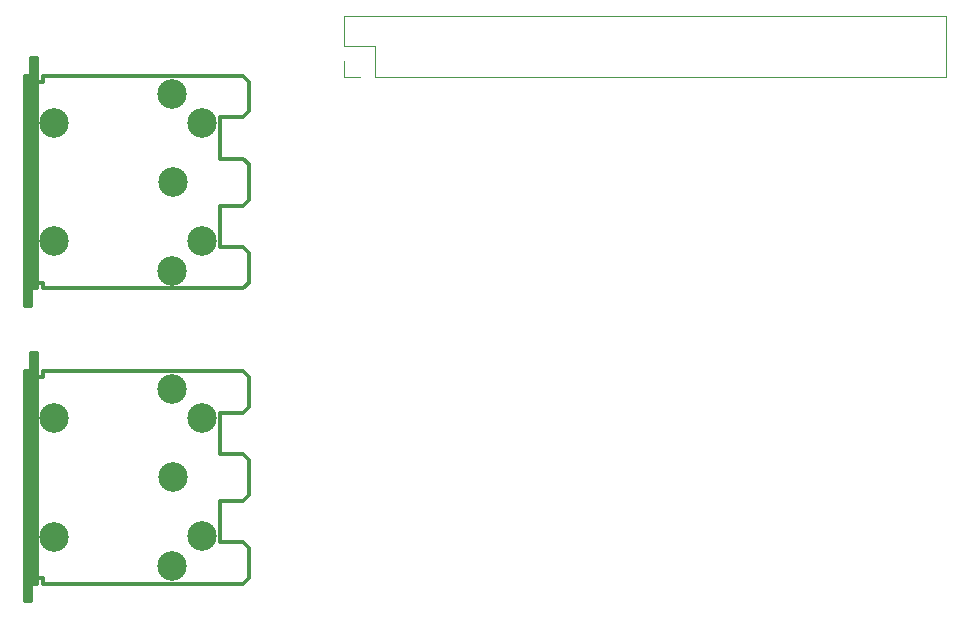
<source format=gbo>
G04 #@! TF.GenerationSoftware,KiCad,Pcbnew,(6.0.5)*
G04 #@! TF.CreationDate,2023-03-19T20:53:10+00:00*
G04 #@! TF.ProjectId,XiaoPiUSBMIDIDevice,5869616f-5069-4555-9342-4d4944494465,rev?*
G04 #@! TF.SameCoordinates,Original*
G04 #@! TF.FileFunction,Legend,Bot*
G04 #@! TF.FilePolarity,Positive*
%FSLAX46Y46*%
G04 Gerber Fmt 4.6, Leading zero omitted, Abs format (unit mm)*
G04 Created by KiCad (PCBNEW (6.0.5)) date 2023-03-19 20:53:10*
%MOMM*%
%LPD*%
G01*
G04 APERTURE LIST*
%ADD10C,0.120000*%
%ADD11C,0.304800*%
%ADD12C,2.499360*%
G04 APERTURE END LIST*
D10*
X257960000Y-94900000D02*
X257960000Y-100100000D01*
X209640000Y-100100000D02*
X257960000Y-100100000D01*
X207040000Y-98770000D02*
X207040000Y-100100000D01*
X207040000Y-94900000D02*
X207040000Y-97500000D01*
X207040000Y-100100000D02*
X208370000Y-100100000D01*
X207040000Y-97500000D02*
X209640000Y-97500000D01*
X209640000Y-97500000D02*
X209640000Y-100100000D01*
X207040000Y-94900000D02*
X257960000Y-94900000D01*
D11*
X198999600Y-110501140D02*
X198999600Y-107498860D01*
X181499000Y-117498840D02*
X181001160Y-117498840D01*
X180500780Y-100000780D02*
X180500780Y-117999220D01*
X196500240Y-103500900D02*
X196500240Y-107001020D01*
X181001160Y-98499640D02*
X180500780Y-98499640D01*
X198499220Y-103500900D02*
X196500240Y-103500900D01*
X180500780Y-117999220D02*
X181001160Y-117999220D01*
X196500240Y-114499100D02*
X196500240Y-110998980D01*
X181001160Y-117999220D02*
X181001160Y-98499640D01*
X180249320Y-119500360D02*
X180249320Y-100000780D01*
X198499220Y-117999220D02*
X181499000Y-117999220D01*
X180500780Y-119500360D02*
X180500780Y-117999220D01*
X181499000Y-100000780D02*
X181499000Y-100501160D01*
X198999600Y-107498860D02*
X198499220Y-107001020D01*
X198999600Y-117498840D02*
X198999600Y-114999480D01*
X198499220Y-114499100D02*
X196500240Y-114499100D01*
X198499220Y-110998980D02*
X196500240Y-110998980D01*
X180500780Y-100000780D02*
X180000400Y-100000780D01*
X198499220Y-100000780D02*
X198999600Y-100501160D01*
X198999600Y-110501140D02*
X198499220Y-110998980D01*
X181499000Y-117999220D02*
X181499000Y-117498840D01*
X198499220Y-107001020D02*
X196500240Y-107001020D01*
X180500780Y-98499640D02*
X180500780Y-100000780D01*
X198999600Y-100501160D02*
X198999600Y-102500140D01*
X181001160Y-100501160D02*
X181499000Y-100501160D01*
X198999600Y-103000520D02*
X198499220Y-103500900D01*
X198499220Y-117999220D02*
X198999600Y-117498840D01*
X180000400Y-100000780D02*
X180000400Y-119500360D01*
X198999600Y-102500140D02*
X198999600Y-103000520D01*
X180000400Y-119500360D02*
X180500780Y-119500360D01*
X198999600Y-114999480D02*
X198499220Y-114499100D01*
X180749700Y-117999220D02*
X180749700Y-98499640D01*
X198499220Y-100000780D02*
X181499000Y-100000780D01*
X180500780Y-142999220D02*
X181001160Y-142999220D01*
X198999600Y-135501140D02*
X198499220Y-135998980D01*
X180249320Y-144500360D02*
X180249320Y-125000780D01*
X198999600Y-127500140D02*
X198999600Y-128000520D01*
X198999600Y-135501140D02*
X198999600Y-132498860D01*
X180000400Y-125000780D02*
X180000400Y-144500360D01*
X198499220Y-139499100D02*
X196500240Y-139499100D01*
X198499220Y-132001020D02*
X196500240Y-132001020D01*
X180500780Y-144500360D02*
X180500780Y-142999220D01*
X196500240Y-128500900D02*
X196500240Y-132001020D01*
X198999600Y-139999480D02*
X198499220Y-139499100D01*
X181499000Y-142999220D02*
X181499000Y-142498840D01*
X198999600Y-132498860D02*
X198499220Y-132001020D01*
X198499220Y-128500900D02*
X196500240Y-128500900D01*
X181001160Y-123499640D02*
X180500780Y-123499640D01*
X198999600Y-142498840D02*
X198999600Y-139999480D01*
X198999600Y-128000520D02*
X198499220Y-128500900D01*
X196500240Y-139499100D02*
X196500240Y-135998980D01*
X198499220Y-142999220D02*
X181499000Y-142999220D01*
X198499220Y-125000780D02*
X181499000Y-125000780D01*
X180500780Y-125000780D02*
X180000400Y-125000780D01*
X181001160Y-125501160D02*
X181499000Y-125501160D01*
X181499000Y-125000780D02*
X181499000Y-125501160D01*
X180500780Y-125000780D02*
X180500780Y-142999220D01*
X198499220Y-142999220D02*
X198999600Y-142498840D01*
X180500780Y-123499640D02*
X180500780Y-125000780D01*
X198999600Y-125501160D02*
X198999600Y-127500140D01*
X180000400Y-144500360D02*
X180500780Y-144500360D01*
X181499000Y-142498840D02*
X181001160Y-142498840D01*
X198499220Y-125000780D02*
X198999600Y-125501160D01*
X198499220Y-135998980D02*
X196500240Y-135998980D01*
X180749700Y-142999220D02*
X180749700Y-123499640D01*
X181001160Y-142999220D02*
X181001160Y-123499640D01*
D12*
X182502300Y-103998740D03*
X182502300Y-114001260D03*
X192497200Y-101501920D03*
X192499740Y-109000000D03*
X192497200Y-116498080D03*
X194999100Y-104003820D03*
X194999100Y-113996180D03*
X182502300Y-139001260D03*
X182502300Y-128998740D03*
X192497200Y-126501920D03*
X192499740Y-134000000D03*
X192497200Y-141498080D03*
X194999100Y-129003820D03*
X194999100Y-138996180D03*
M02*

</source>
